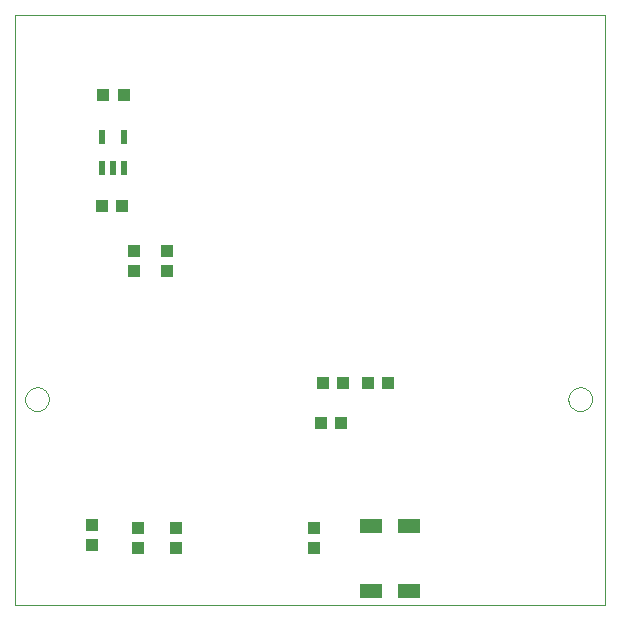
<source format=gbp>
G75*
%MOIN*%
%OFA0B0*%
%FSLAX24Y24*%
%IPPOS*%
%LPD*%
%AMOC8*
5,1,8,0,0,1.08239X$1,22.5*
%
%ADD10C,0.0000*%
%ADD11R,0.0433X0.0394*%
%ADD12R,0.0217X0.0472*%
%ADD13R,0.0748X0.0512*%
%ADD14R,0.0394X0.0433*%
D10*
X000180Y000180D02*
X000180Y019865D01*
X019865Y019865D01*
X019865Y000180D01*
X000180Y000180D01*
X000528Y007048D02*
X000530Y007087D01*
X000536Y007126D01*
X000546Y007164D01*
X000559Y007201D01*
X000576Y007236D01*
X000596Y007270D01*
X000620Y007301D01*
X000647Y007330D01*
X000676Y007356D01*
X000708Y007379D01*
X000742Y007399D01*
X000778Y007415D01*
X000815Y007427D01*
X000854Y007436D01*
X000893Y007441D01*
X000932Y007442D01*
X000971Y007439D01*
X001010Y007432D01*
X001047Y007421D01*
X001084Y007407D01*
X001119Y007389D01*
X001152Y007368D01*
X001183Y007343D01*
X001211Y007316D01*
X001236Y007286D01*
X001258Y007253D01*
X001277Y007219D01*
X001292Y007183D01*
X001304Y007145D01*
X001312Y007107D01*
X001316Y007068D01*
X001316Y007028D01*
X001312Y006989D01*
X001304Y006951D01*
X001292Y006913D01*
X001277Y006877D01*
X001258Y006843D01*
X001236Y006810D01*
X001211Y006780D01*
X001183Y006753D01*
X001152Y006728D01*
X001119Y006707D01*
X001084Y006689D01*
X001047Y006675D01*
X001010Y006664D01*
X000971Y006657D01*
X000932Y006654D01*
X000893Y006655D01*
X000854Y006660D01*
X000815Y006669D01*
X000778Y006681D01*
X000742Y006697D01*
X000708Y006717D01*
X000676Y006740D01*
X000647Y006766D01*
X000620Y006795D01*
X000596Y006826D01*
X000576Y006860D01*
X000559Y006895D01*
X000546Y006932D01*
X000536Y006970D01*
X000530Y007009D01*
X000528Y007048D01*
X000530Y007087D01*
X000536Y007126D01*
X000546Y007164D01*
X000559Y007201D01*
X000576Y007236D01*
X000596Y007270D01*
X000620Y007301D01*
X000647Y007330D01*
X000676Y007356D01*
X000708Y007379D01*
X000742Y007399D01*
X000778Y007415D01*
X000815Y007427D01*
X000854Y007436D01*
X000893Y007441D01*
X000932Y007442D01*
X000971Y007439D01*
X001010Y007432D01*
X001047Y007421D01*
X001084Y007407D01*
X001119Y007389D01*
X001152Y007368D01*
X001183Y007343D01*
X001211Y007316D01*
X001236Y007286D01*
X001258Y007253D01*
X001277Y007219D01*
X001292Y007183D01*
X001304Y007145D01*
X001312Y007107D01*
X001316Y007068D01*
X001316Y007028D01*
X001312Y006989D01*
X001304Y006951D01*
X001292Y006913D01*
X001277Y006877D01*
X001258Y006843D01*
X001236Y006810D01*
X001211Y006780D01*
X001183Y006753D01*
X001152Y006728D01*
X001119Y006707D01*
X001084Y006689D01*
X001047Y006675D01*
X001010Y006664D01*
X000971Y006657D01*
X000932Y006654D01*
X000893Y006655D01*
X000854Y006660D01*
X000815Y006669D01*
X000778Y006681D01*
X000742Y006697D01*
X000708Y006717D01*
X000676Y006740D01*
X000647Y006766D01*
X000620Y006795D01*
X000596Y006826D01*
X000576Y006860D01*
X000559Y006895D01*
X000546Y006932D01*
X000536Y006970D01*
X000530Y007009D01*
X000528Y007048D01*
X018630Y007048D02*
X018632Y007087D01*
X018638Y007126D01*
X018648Y007164D01*
X018661Y007201D01*
X018678Y007236D01*
X018698Y007270D01*
X018722Y007301D01*
X018749Y007330D01*
X018778Y007356D01*
X018810Y007379D01*
X018844Y007399D01*
X018880Y007415D01*
X018917Y007427D01*
X018956Y007436D01*
X018995Y007441D01*
X019034Y007442D01*
X019073Y007439D01*
X019112Y007432D01*
X019149Y007421D01*
X019186Y007407D01*
X019221Y007389D01*
X019254Y007368D01*
X019285Y007343D01*
X019313Y007316D01*
X019338Y007286D01*
X019360Y007253D01*
X019379Y007219D01*
X019394Y007183D01*
X019406Y007145D01*
X019414Y007107D01*
X019418Y007068D01*
X019418Y007028D01*
X019414Y006989D01*
X019406Y006951D01*
X019394Y006913D01*
X019379Y006877D01*
X019360Y006843D01*
X019338Y006810D01*
X019313Y006780D01*
X019285Y006753D01*
X019254Y006728D01*
X019221Y006707D01*
X019186Y006689D01*
X019149Y006675D01*
X019112Y006664D01*
X019073Y006657D01*
X019034Y006654D01*
X018995Y006655D01*
X018956Y006660D01*
X018917Y006669D01*
X018880Y006681D01*
X018844Y006697D01*
X018810Y006717D01*
X018778Y006740D01*
X018749Y006766D01*
X018722Y006795D01*
X018698Y006826D01*
X018678Y006860D01*
X018661Y006895D01*
X018648Y006932D01*
X018638Y006970D01*
X018632Y007009D01*
X018630Y007048D01*
X018632Y007087D01*
X018638Y007126D01*
X018648Y007164D01*
X018661Y007201D01*
X018678Y007236D01*
X018698Y007270D01*
X018722Y007301D01*
X018749Y007330D01*
X018778Y007356D01*
X018810Y007379D01*
X018844Y007399D01*
X018880Y007415D01*
X018917Y007427D01*
X018956Y007436D01*
X018995Y007441D01*
X019034Y007442D01*
X019073Y007439D01*
X019112Y007432D01*
X019149Y007421D01*
X019186Y007407D01*
X019221Y007389D01*
X019254Y007368D01*
X019285Y007343D01*
X019313Y007316D01*
X019338Y007286D01*
X019360Y007253D01*
X019379Y007219D01*
X019394Y007183D01*
X019406Y007145D01*
X019414Y007107D01*
X019418Y007068D01*
X019418Y007028D01*
X019414Y006989D01*
X019406Y006951D01*
X019394Y006913D01*
X019379Y006877D01*
X019360Y006843D01*
X019338Y006810D01*
X019313Y006780D01*
X019285Y006753D01*
X019254Y006728D01*
X019221Y006707D01*
X019186Y006689D01*
X019149Y006675D01*
X019112Y006664D01*
X019073Y006657D01*
X019034Y006654D01*
X018995Y006655D01*
X018956Y006660D01*
X018917Y006669D01*
X018880Y006681D01*
X018844Y006697D01*
X018810Y006717D01*
X018778Y006740D01*
X018749Y006766D01*
X018722Y006795D01*
X018698Y006826D01*
X018678Y006860D01*
X018661Y006895D01*
X018648Y006932D01*
X018638Y006970D01*
X018632Y007009D01*
X018630Y007048D01*
D11*
X012631Y007574D03*
X011962Y007574D03*
X011134Y007594D03*
X010464Y007594D03*
X010393Y006254D03*
X011062Y006254D03*
X010162Y002764D03*
X010162Y002095D03*
X005544Y002097D03*
X005544Y002766D03*
X004288Y002756D03*
X004288Y002086D03*
X004146Y011319D03*
X004146Y011989D03*
X005238Y011984D03*
X005238Y011315D03*
X003752Y013494D03*
X003082Y013494D03*
X003135Y017171D03*
X003805Y017171D03*
D12*
X003833Y015790D03*
X003085Y015790D03*
X003085Y014766D03*
X003459Y014766D03*
X003833Y014766D03*
D13*
X012054Y002812D03*
X013314Y002812D03*
X013314Y000646D03*
X012054Y000646D03*
D14*
X002757Y002180D03*
X002757Y002850D03*
M02*

</source>
